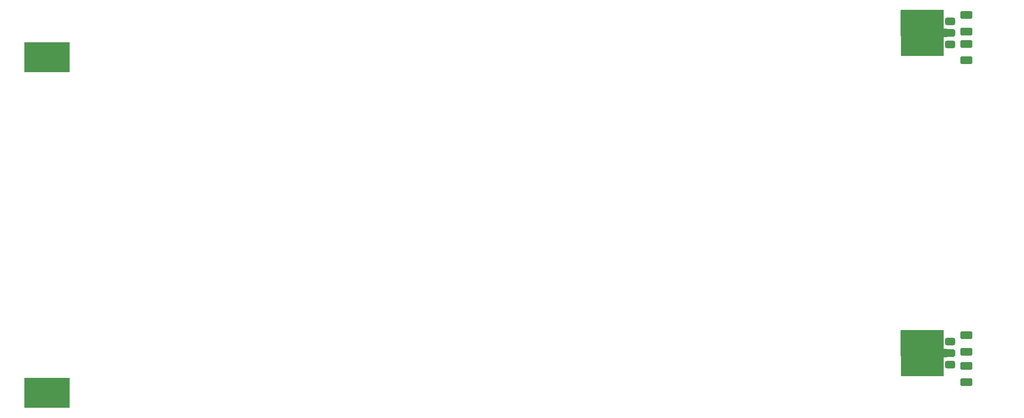
<source format=gbr>
%TF.GenerationSoftware,KiCad,Pcbnew,8.0.2*%
%TF.CreationDate,2024-06-10T22:31:20-05:00*%
%TF.ProjectId,Tandy Color Computer Multi-Pak,54616e64-7920-4436-9f6c-6f7220436f6d,rev?*%
%TF.SameCoordinates,Original*%
%TF.FileFunction,Paste,Bot*%
%TF.FilePolarity,Positive*%
%FSLAX46Y46*%
G04 Gerber Fmt 4.6, Leading zero omitted, Abs format (unit mm)*
G04 Created by KiCad (PCBNEW 8.0.2) date 2024-06-10 22:31:20*
%MOMM*%
%LPD*%
G01*
G04 APERTURE LIST*
G04 Aperture macros list*
%AMRoundRect*
0 Rectangle with rounded corners*
0 $1 Rounding radius*
0 $2 $3 $4 $5 $6 $7 $8 $9 X,Y pos of 4 corners*
0 Add a 4 corners polygon primitive as box body*
4,1,4,$2,$3,$4,$5,$6,$7,$8,$9,$2,$3,0*
0 Add four circle primitives for the rounded corners*
1,1,$1+$1,$2,$3*
1,1,$1+$1,$4,$5*
1,1,$1+$1,$6,$7*
1,1,$1+$1,$8,$9*
0 Add four rect primitives between the rounded corners*
20,1,$1+$1,$2,$3,$4,$5,0*
20,1,$1+$1,$4,$5,$6,$7,0*
20,1,$1+$1,$6,$7,$8,$9,0*
20,1,$1+$1,$8,$9,$2,$3,0*%
%AMFreePoly0*
4,1,39,9.728681,4.560972,9.765068,4.511016,9.770000,4.480224,9.790000,-4.459776,9.771033,-4.518597,9.721114,-4.555036,9.690120,-4.560000,1.370120,-4.570000,1.311319,-4.550972,1.274932,-4.501016,1.270001,-4.470538,1.250536,-0.850000,0.650000,-0.850000,0.591221,-0.830902,0.554894,-0.780902,0.550000,-0.750000,-0.625000,-0.750000,-0.732001,-0.734410,-0.842904,-0.680193,-0.930193,-0.592904,
-0.984410,-0.482001,-1.000000,-0.375000,-1.000000,0.375000,-0.984410,0.482001,-0.930193,0.592904,-0.842904,0.680193,-0.732001,0.734410,-0.625000,0.750000,0.550000,0.750000,0.569098,0.808779,0.619098,0.845106,0.650000,0.850000,1.250000,0.850000,1.250000,4.470000,1.269098,4.528779,1.319098,4.565106,1.349880,4.570000,9.669880,4.580000,9.728681,4.560972,9.728681,4.560972,
$1*%
G04 Aperture macros list end*
%ADD10R,9.000000X6.000000*%
%ADD11RoundRect,0.250001X0.924999X-0.499999X0.924999X0.499999X-0.924999X0.499999X-0.924999X-0.499999X0*%
%ADD12RoundRect,0.250001X-0.924999X0.499999X-0.924999X-0.499999X0.924999X-0.499999X0.924999X0.499999X0*%
%ADD13RoundRect,0.375000X0.625000X0.375000X-0.625000X0.375000X-0.625000X-0.375000X0.625000X-0.375000X0*%
%ADD14FreePoly0,180.000000*%
%ADD15RoundRect,0.500000X0.500000X1.400000X-0.500000X1.400000X-0.500000X-1.400000X0.500000X-1.400000X0*%
G04 APERTURE END LIST*
D10*
%TO.C,P1*%
X71174400Y-48615000D03*
X71174400Y-115215000D03*
%TD*%
D11*
%TO.C,C20*%
X253365000Y-107035000D03*
X253365000Y-103785000D03*
%TD*%
D12*
%TO.C,C17*%
X253365000Y-46000000D03*
X253365000Y-49250000D03*
%TD*%
D11*
%TO.C,C22*%
X253365000Y-43535000D03*
X253365000Y-40285000D03*
%TD*%
D13*
%TO.C,U15*%
X250165000Y-105015000D03*
D14*
X250165000Y-107315000D03*
D15*
X243865000Y-107315000D03*
D13*
X250165000Y-109615000D03*
%TD*%
D12*
%TO.C,C21*%
X253365000Y-109855000D03*
X253365000Y-113105000D03*
%TD*%
D13*
%TO.C,U16*%
X250165000Y-41515000D03*
D14*
X250165000Y-43815000D03*
D15*
X243865000Y-43815000D03*
D13*
X250165000Y-46115000D03*
%TD*%
M02*

</source>
